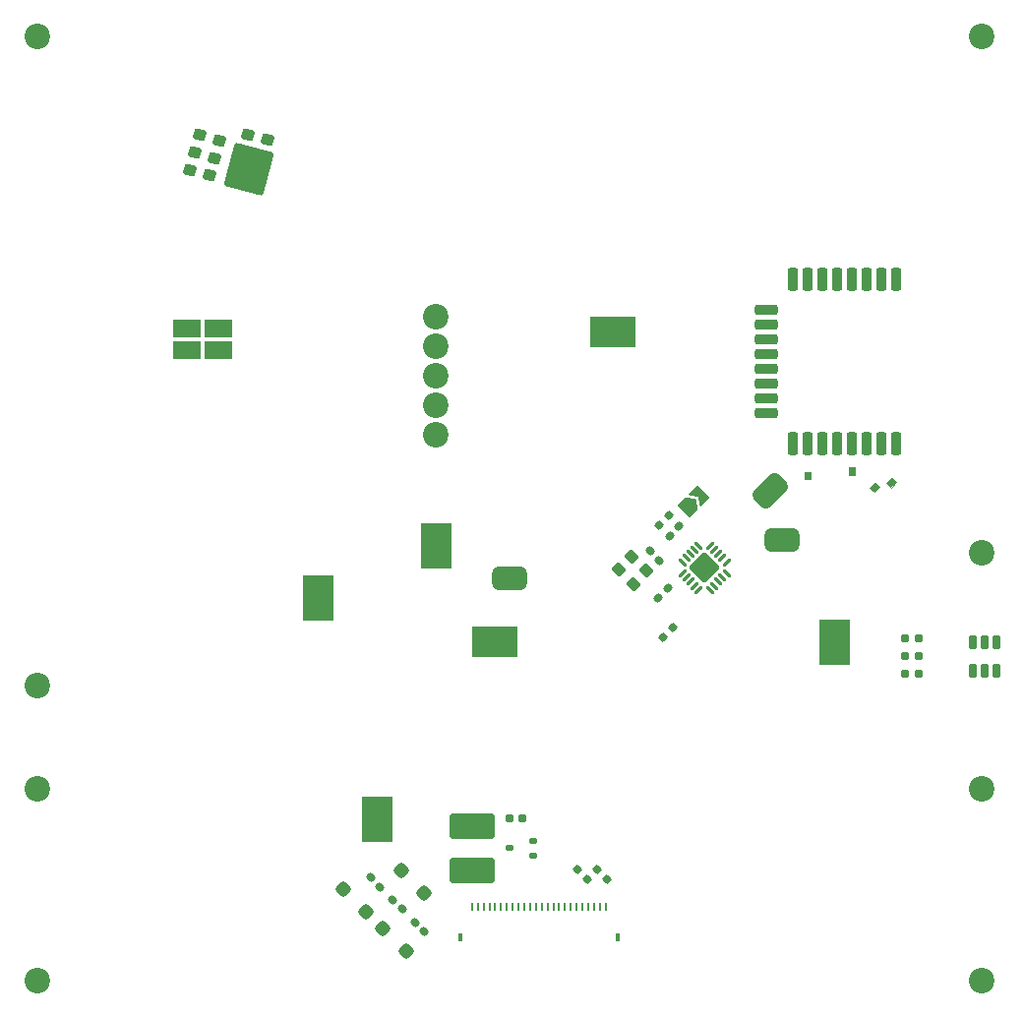
<source format=gbr>
%TF.GenerationSoftware,KiCad,Pcbnew,8.0.6-hq-2-g3d73d9976a*%
%TF.CreationDate,2024-12-20T20:58:28+08:00*%
%TF.ProjectId,DemoBoard_SensorForTemp&Rh_IntegratedWithMCU,44656d6f-426f-4617-9264-5f53656e736f,rev?*%
%TF.SameCoordinates,Original*%
%TF.FileFunction,Soldermask,Top*%
%TF.FilePolarity,Negative*%
%FSLAX46Y46*%
G04 Gerber Fmt 4.6, Leading zero omitted, Abs format (unit mm)*
G04 Created by KiCad (PCBNEW 8.0.6-hq-2-g3d73d9976a) date 2024-12-20 20:58:28*
%MOMM*%
%LPD*%
G01*
G04 APERTURE LIST*
G04 Aperture macros list*
%AMRoundRect*
0 Rectangle with rounded corners*
0 $1 Rounding radius*
0 $2 $3 $4 $5 $6 $7 $8 $9 X,Y pos of 4 corners*
0 Add a 4 corners polygon primitive as box body*
4,1,4,$2,$3,$4,$5,$6,$7,$8,$9,$2,$3,0*
0 Add four circle primitives for the rounded corners*
1,1,$1+$1,$2,$3*
1,1,$1+$1,$4,$5*
1,1,$1+$1,$6,$7*
1,1,$1+$1,$8,$9*
0 Add four rect primitives between the rounded corners*
20,1,$1+$1,$2,$3,$4,$5,0*
20,1,$1+$1,$4,$5,$6,$7,0*
20,1,$1+$1,$6,$7,$8,$9,0*
20,1,$1+$1,$8,$9,$2,$3,0*%
%AMFreePoly0*
4,1,6,1.000000,0.000000,0.499999,-0.750000,-0.499999,-0.750000,-0.499999,0.750000,0.499999,0.750000,1.000000,0.000000,1.000000,0.000000,$1*%
%AMFreePoly1*
4,1,6,0.499999,-0.750000,-0.649999,-0.750000,-0.150000,0.000000,-0.649999,0.750000,0.499999,0.750000,0.499999,-0.750000,0.499999,-0.750000,$1*%
G04 Aperture macros list end*
%ADD10C,0.100000*%
%ADD11RoundRect,0.155000X0.212500X0.155000X-0.212500X0.155000X-0.212500X-0.155000X0.212500X-0.155000X0*%
%ADD12RoundRect,0.155000X0.040659X0.259862X-0.259862X-0.040659X-0.040659X-0.259862X0.259862X0.040659X0*%
%ADD13C,2.200000*%
%ADD14RoundRect,0.237500X0.371231X-0.035355X-0.035355X0.371231X-0.371231X0.035355X0.035355X-0.371231X0*%
%ADD15RoundRect,0.155000X0.259862X-0.040659X-0.040659X0.259862X-0.259862X0.040659X0.040659X-0.259862X0*%
%ADD16RoundRect,0.108108X-1.116892X0.691892X-1.116892X-0.691892X1.116892X-0.691892X1.116892X0.691892X0*%
%ADD17RoundRect,0.155000X-0.259862X0.040659X0.040659X-0.259862X0.259862X-0.040659X-0.040659X0.259862X0*%
%ADD18RoundRect,0.112500X0.237500X-0.112500X0.237500X0.112500X-0.237500X0.112500X-0.237500X-0.112500X0*%
%ADD19RoundRect,0.250000X-0.424264X0.000000X0.000000X-0.424264X0.424264X0.000000X0.000000X0.424264X0*%
%ADD20RoundRect,0.160000X-0.197500X-0.160000X0.197500X-0.160000X0.197500X0.160000X-0.197500X0.160000X0*%
%ADD21RoundRect,0.160000X-0.026517X-0.252791X0.252791X0.026517X0.026517X0.252791X-0.252791X-0.026517X0*%
%ADD22RoundRect,0.236486X-1.024923X2.022706X-1.898962X-1.239253X1.024923X-2.022706X1.898962X1.239253X0*%
%ADD23RoundRect,0.250000X-1.700000X0.850000X-1.700000X-0.850000X1.700000X-0.850000X1.700000X0.850000X0*%
%ADD24FreePoly0,45.000000*%
%ADD25FreePoly1,45.000000*%
%ADD26RoundRect,0.500000X-0.353553X-1.060660X1.060660X0.353553X0.353553X1.060660X-1.060660X-0.353553X0*%
%ADD27RoundRect,0.237500X0.339173X0.154997X-0.216234X0.303818X-0.339173X-0.154997X0.216234X-0.303818X0*%
%ADD28RoundRect,0.160000X-0.252791X0.026517X0.026517X-0.252791X0.252791X-0.026517X-0.026517X0.252791X0*%
%ADD29RoundRect,0.500000X-1.000000X-0.500000X1.000000X-0.500000X1.000000X0.500000X-1.000000X0.500000X0*%
%ADD30RoundRect,0.062500X-0.309359X0.220971X0.220971X-0.309359X0.309359X-0.220971X-0.220971X0.309359X0*%
%ADD31RoundRect,0.062500X-0.309359X-0.220971X-0.220971X-0.309359X0.309359X0.220971X0.220971X0.309359X0*%
%ADD32RoundRect,0.250000X-1.060660X0.000000X0.000000X-1.060660X1.060660X0.000000X0.000000X1.060660X0*%
%ADD33RoundRect,0.062500X0.062500X0.287500X-0.062500X0.287500X-0.062500X-0.287500X0.062500X-0.287500X0*%
%ADD34R,0.400000X0.800000*%
%ADD35RoundRect,0.050000X0.250000X-0.550000X0.250000X0.550000X-0.250000X0.550000X-0.250000X-0.550000X0*%
%ADD36RoundRect,0.212500X0.212500X-0.787500X0.212500X0.787500X-0.212500X0.787500X-0.212500X-0.787500X0*%
%ADD37RoundRect,0.212500X0.787500X0.212500X-0.787500X0.212500X-0.787500X-0.212500X0.787500X-0.212500X0*%
%ADD38RoundRect,0.212500X-0.212500X0.787500X-0.212500X-0.787500X0.212500X-0.787500X0.212500X0.787500X0*%
G04 APERTURE END LIST*
D10*
X147320000Y-104775000D02*
X149860000Y-104775000D01*
X149860000Y-108585000D01*
X147320000Y-108585000D01*
X147320000Y-104775000D01*
G36*
X147320000Y-104775000D02*
G01*
X149860000Y-104775000D01*
X149860000Y-108585000D01*
X147320000Y-108585000D01*
X147320000Y-104775000D01*
G37*
X102870000Y-100965000D02*
X105410000Y-100965000D01*
X105410000Y-104775000D01*
X102870000Y-104775000D01*
X102870000Y-100965000D01*
G36*
X102870000Y-100965000D02*
G01*
X105410000Y-100965000D01*
X105410000Y-104775000D01*
X102870000Y-104775000D01*
X102870000Y-100965000D01*
G37*
X146050000Y-92075000D02*
X146558000Y-92075000D01*
X146558000Y-92710000D01*
X146050000Y-92710000D01*
X146050000Y-92075000D01*
G36*
X146050000Y-92075000D02*
G01*
X146558000Y-92075000D01*
X146558000Y-92710000D01*
X146050000Y-92710000D01*
X146050000Y-92075000D01*
G37*
X117475000Y-105410000D02*
X121285000Y-105410000D01*
X121285000Y-107950000D01*
X117475000Y-107950000D01*
X117475000Y-105410000D01*
G36*
X117475000Y-105410000D02*
G01*
X121285000Y-105410000D01*
X121285000Y-107950000D01*
X117475000Y-107950000D01*
X117475000Y-105410000D01*
G37*
X152499763Y-93372237D02*
X152050750Y-93821250D01*
X151691540Y-93462040D01*
X152140553Y-93013027D01*
X152499763Y-93372237D01*
G36*
X152499763Y-93372237D02*
G01*
X152050750Y-93821250D01*
X151691540Y-93462040D01*
X152140553Y-93013027D01*
X152499763Y-93372237D01*
G37*
X113030000Y-96520000D02*
X115570000Y-96520000D01*
X115570000Y-100330000D01*
X113030000Y-100330000D01*
X113030000Y-96520000D01*
G36*
X113030000Y-96520000D02*
G01*
X115570000Y-96520000D01*
X115570000Y-100330000D01*
X113030000Y-100330000D01*
X113030000Y-96520000D01*
G37*
X153928513Y-92959487D02*
X153479500Y-93408500D01*
X153120290Y-93049290D01*
X153569303Y-92600277D01*
X153928513Y-92959487D01*
G36*
X153928513Y-92959487D02*
G01*
X153479500Y-93408500D01*
X153120290Y-93049290D01*
X153569303Y-92600277D01*
X153928513Y-92959487D01*
G37*
X127635000Y-78740000D02*
X131445000Y-78740000D01*
X131445000Y-81280000D01*
X127635000Y-81280000D01*
X127635000Y-78740000D01*
G36*
X127635000Y-78740000D02*
G01*
X131445000Y-78740000D01*
X131445000Y-81280000D01*
X127635000Y-81280000D01*
X127635000Y-78740000D01*
G37*
X107950000Y-120015000D02*
X110490000Y-120015000D01*
X110490000Y-123825000D01*
X107950000Y-123825000D01*
X107950000Y-120015000D01*
G36*
X107950000Y-120015000D02*
G01*
X110490000Y-120015000D01*
X110490000Y-123825000D01*
X107950000Y-123825000D01*
X107950000Y-120015000D01*
G37*
X149860000Y-91694000D02*
X150368000Y-91694000D01*
X150368000Y-92329000D01*
X149860000Y-92329000D01*
X149860000Y-91694000D01*
G36*
X149860000Y-91694000D02*
G01*
X150368000Y-91694000D01*
X150368000Y-92329000D01*
X149860000Y-92329000D01*
X149860000Y-91694000D01*
G37*
D11*
%TO.C,C21*%
X121785000Y-121920000D03*
X120650000Y-121920000D03*
%TD*%
D12*
%TO.C,C11*%
X135255000Y-96774000D03*
X134452434Y-97576566D03*
%TD*%
D13*
%TO.C,TP7*%
X114300000Y-81280000D03*
%TD*%
D14*
%TO.C,C12*%
X132419318Y-100567718D03*
X131181882Y-99330282D03*
%TD*%
D15*
%TO.C,C13*%
X133548083Y-99689883D03*
X132745517Y-98887317D03*
%TD*%
D16*
%TO.C,J2*%
X95588600Y-79759400D03*
X92938600Y-79759400D03*
X95588600Y-81559400D03*
X92938600Y-81559400D03*
%TD*%
D13*
%TO.C,TP10*%
X114300000Y-86360000D03*
%TD*%
D17*
%TO.C,C19*%
X110629902Y-128915168D03*
X111432468Y-129717734D03*
%TD*%
D18*
%TO.C,Q1*%
X122666000Y-125110000D03*
X122666000Y-123810000D03*
X120666000Y-124460000D03*
%TD*%
D19*
%TO.C,D1*%
X109780101Y-131370102D03*
X111759999Y-133350000D03*
%TD*%
D17*
%TO.C,C18*%
X112528059Y-130849246D03*
X113330625Y-131651812D03*
%TD*%
D20*
%TO.C,R2*%
X154723500Y-106436000D03*
X155918500Y-106436000D03*
%TD*%
D21*
%TO.C,R4*%
X133533195Y-96699753D03*
X134378187Y-95854761D03*
%TD*%
D22*
%TO.C,J1*%
X98209479Y-66016234D03*
%TD*%
D13*
%TO.C,REF\u002A\u002A*%
X161290000Y-119380000D03*
%TD*%
D23*
%TO.C,L1*%
X117475000Y-122565000D03*
X117475000Y-126365000D03*
%TD*%
D20*
%TO.C,R1*%
X154723500Y-109484000D03*
X155918500Y-109484000D03*
%TD*%
D24*
%TO.C,JP2*%
X135957511Y-95173463D03*
D25*
X136982815Y-94148159D03*
%TD*%
D13*
%TO.C,TP9*%
X114300000Y-88900000D03*
%TD*%
D26*
%TO.C,URT*%
X143065500Y-93662500D03*
%TD*%
D27*
%TO.C,C5*%
X99807785Y-63486867D03*
X98117415Y-63033933D03*
%TD*%
D15*
%TO.C,C20*%
X109510693Y-127795959D03*
X108708127Y-126993393D03*
%TD*%
D13*
%TO.C,REF\u002A\u002A*%
X80010000Y-110490000D03*
%TD*%
D19*
%TO.C,D2*%
X106363361Y-127953362D03*
X108343259Y-129933260D03*
%TD*%
D28*
%TO.C,R6*%
X128187008Y-126282008D03*
X129032000Y-127127000D03*
%TD*%
D13*
%TO.C,REF\u002A\u002A*%
X161290000Y-99060000D03*
%TD*%
%TO.C,REF\u002A\u002A*%
X161290000Y-135890000D03*
%TD*%
D12*
%TO.C,C15*%
X134264400Y-102082600D03*
X133461834Y-102885166D03*
%TD*%
D27*
%TO.C,C1*%
X95686000Y-63539800D03*
X93995630Y-63086866D03*
%TD*%
D19*
%TO.C,D3*%
X111358505Y-126374958D03*
X113338403Y-128354856D03*
%TD*%
D13*
%TO.C,TP8*%
X114300000Y-83820000D03*
%TD*%
D28*
%TO.C,R3*%
X126536008Y-126282008D03*
X127381000Y-127127000D03*
%TD*%
D27*
%TO.C,C4*%
X94873200Y-66537000D03*
X93182830Y-66084066D03*
%TD*%
D29*
%TO.C,URT*%
X144145000Y-97917000D03*
%TD*%
D13*
%TO.C,REF\u002A\u002A*%
X80010000Y-119380000D03*
%TD*%
D27*
%TO.C,C2*%
X95279600Y-65038400D03*
X93589230Y-64585466D03*
%TD*%
D30*
%TO.C,U4*%
X136953915Y-98429651D03*
X136600362Y-98783204D03*
X136246808Y-99136757D03*
X135893255Y-99490311D03*
X135539702Y-99843864D03*
D31*
X135539702Y-100816136D03*
X135893255Y-101169689D03*
X136246808Y-101523243D03*
X136600362Y-101876796D03*
X136953915Y-102230349D03*
D30*
X137926187Y-102230349D03*
X138279740Y-101876796D03*
X138633294Y-101523243D03*
X138986847Y-101169689D03*
X139340400Y-100816136D03*
D31*
X139340400Y-99843864D03*
X138986847Y-99490311D03*
X138633294Y-99136757D03*
X138279740Y-98783204D03*
X137926187Y-98429651D03*
D32*
X137440051Y-100330000D03*
%TD*%
D33*
%TO.C,J3*%
X128940000Y-129526000D03*
X128440000Y-129526000D03*
X127940000Y-129526000D03*
X127440000Y-129526000D03*
X126940000Y-129526000D03*
X126440000Y-129526000D03*
X125940000Y-129526000D03*
X125440000Y-129526000D03*
X124940000Y-129526000D03*
X124440000Y-129526000D03*
X123940000Y-129526000D03*
X123440000Y-129526000D03*
X122940000Y-129526000D03*
X122440000Y-129526000D03*
X121940000Y-129526000D03*
X121440000Y-129526000D03*
X120940000Y-129526000D03*
X120440000Y-129526000D03*
X119940000Y-129526000D03*
X119440000Y-129526000D03*
X118940000Y-129526000D03*
X118440000Y-129526000D03*
X117940000Y-129526000D03*
X117440000Y-129526000D03*
D34*
X129940000Y-132126000D03*
X116440000Y-132126000D03*
%TD*%
D21*
%TO.C,R5*%
X133838508Y-106318492D03*
X134683500Y-105473500D03*
%TD*%
D13*
%TO.C,REF\u002A\u002A*%
X161290000Y-54610000D03*
%TD*%
D14*
%TO.C,C14*%
X131301718Y-101710718D03*
X130064282Y-100473282D03*
%TD*%
D13*
%TO.C,REF\u002A\u002A*%
X80010000Y-135890000D03*
%TD*%
D35*
%TO.C,U3*%
X162544000Y-106710000D03*
X161544000Y-106710000D03*
X160544000Y-106710000D03*
X160544000Y-109210000D03*
X161544000Y-109210000D03*
X162544000Y-109210000D03*
%TD*%
D36*
%TO.C,U2*%
X153915190Y-75480200D03*
X152645190Y-75480200D03*
X151375190Y-75480200D03*
X150105190Y-75480200D03*
X148835190Y-75480200D03*
X147565190Y-75480200D03*
X146295190Y-75480200D03*
X145025190Y-75480200D03*
D37*
X142756810Y-78105000D03*
X142756810Y-79375000D03*
X142756810Y-80645000D03*
X142756810Y-81915000D03*
X142756810Y-83185000D03*
X142756810Y-84455000D03*
X142756810Y-85725000D03*
X142756810Y-86995000D03*
D38*
X145025190Y-89619800D03*
X146295190Y-89619800D03*
X147565190Y-89619800D03*
X148835190Y-89619800D03*
X150105190Y-89619800D03*
X151375190Y-89619800D03*
X152645190Y-89619800D03*
X153915190Y-89619800D03*
%TD*%
D20*
%TO.C,R7*%
X154723500Y-107960000D03*
X155918500Y-107960000D03*
%TD*%
D29*
%TO.C,VCC*%
X120650000Y-101219000D03*
%TD*%
D13*
%TO.C,REF\u002A\u002A*%
X80010000Y-54610000D03*
%TD*%
%TO.C,TP6*%
X114300000Y-78740000D03*
%TD*%
M02*

</source>
